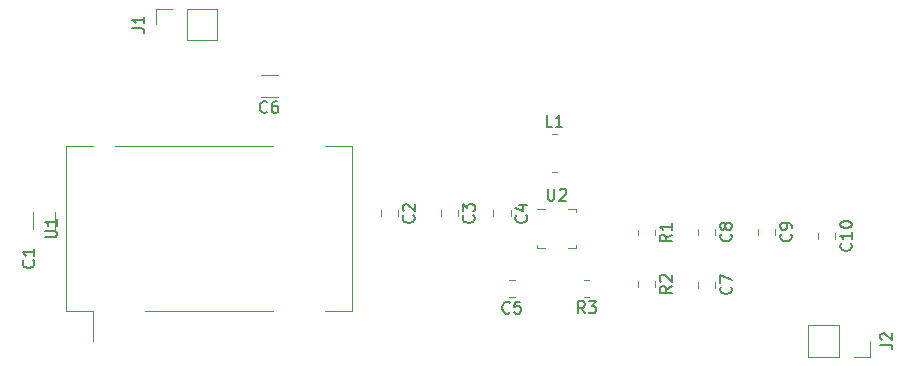
<source format=gbr>
%TF.GenerationSoftware,KiCad,Pcbnew,(6.0.9)*%
%TF.CreationDate,2023-10-08T14:17:10+03:00*%
%TF.ProjectId,power,706f7765-722e-46b6-9963-61645f706362,rev?*%
%TF.SameCoordinates,Original*%
%TF.FileFunction,Legend,Top*%
%TF.FilePolarity,Positive*%
%FSLAX46Y46*%
G04 Gerber Fmt 4.6, Leading zero omitted, Abs format (unit mm)*
G04 Created by KiCad (PCBNEW (6.0.9)) date 2023-10-08 14:17:10*
%MOMM*%
%LPD*%
G01*
G04 APERTURE LIST*
%ADD10C,0.150000*%
%ADD11C,0.120000*%
G04 APERTURE END LIST*
D10*
%TO.C,C10*%
X120367142Y-53982857D02*
X120414761Y-54030476D01*
X120462380Y-54173333D01*
X120462380Y-54268571D01*
X120414761Y-54411428D01*
X120319523Y-54506666D01*
X120224285Y-54554285D01*
X120033809Y-54601904D01*
X119890952Y-54601904D01*
X119700476Y-54554285D01*
X119605238Y-54506666D01*
X119510000Y-54411428D01*
X119462380Y-54268571D01*
X119462380Y-54173333D01*
X119510000Y-54030476D01*
X119557619Y-53982857D01*
X120462380Y-53030476D02*
X120462380Y-53601904D01*
X120462380Y-53316190D02*
X119462380Y-53316190D01*
X119605238Y-53411428D01*
X119700476Y-53506666D01*
X119748095Y-53601904D01*
X119462380Y-52411428D02*
X119462380Y-52316190D01*
X119510000Y-52220952D01*
X119557619Y-52173333D01*
X119652857Y-52125714D01*
X119843333Y-52078095D01*
X120081428Y-52078095D01*
X120271904Y-52125714D01*
X120367142Y-52173333D01*
X120414761Y-52220952D01*
X120462380Y-52316190D01*
X120462380Y-52411428D01*
X120414761Y-52506666D01*
X120367142Y-52554285D01*
X120271904Y-52601904D01*
X120081428Y-52649523D01*
X119843333Y-52649523D01*
X119652857Y-52601904D01*
X119557619Y-52554285D01*
X119510000Y-52506666D01*
X119462380Y-52411428D01*
%TO.C,C4*%
X92862142Y-51601666D02*
X92909761Y-51649285D01*
X92957380Y-51792142D01*
X92957380Y-51887380D01*
X92909761Y-52030238D01*
X92814523Y-52125476D01*
X92719285Y-52173095D01*
X92528809Y-52220714D01*
X92385952Y-52220714D01*
X92195476Y-52173095D01*
X92100238Y-52125476D01*
X92005000Y-52030238D01*
X91957380Y-51887380D01*
X91957380Y-51792142D01*
X92005000Y-51649285D01*
X92052619Y-51601666D01*
X92290714Y-50744523D02*
X92957380Y-50744523D01*
X91909761Y-50982619D02*
X92624047Y-51220714D01*
X92624047Y-50601666D01*
%TO.C,C2*%
X83337142Y-51601666D02*
X83384761Y-51649285D01*
X83432380Y-51792142D01*
X83432380Y-51887380D01*
X83384761Y-52030238D01*
X83289523Y-52125476D01*
X83194285Y-52173095D01*
X83003809Y-52220714D01*
X82860952Y-52220714D01*
X82670476Y-52173095D01*
X82575238Y-52125476D01*
X82480000Y-52030238D01*
X82432380Y-51887380D01*
X82432380Y-51792142D01*
X82480000Y-51649285D01*
X82527619Y-51601666D01*
X82527619Y-51220714D02*
X82480000Y-51173095D01*
X82432380Y-51077857D01*
X82432380Y-50839761D01*
X82480000Y-50744523D01*
X82527619Y-50696904D01*
X82622857Y-50649285D01*
X82718095Y-50649285D01*
X82860952Y-50696904D01*
X83432380Y-51268333D01*
X83432380Y-50649285D01*
%TO.C,C9*%
X115287142Y-53186666D02*
X115334761Y-53234285D01*
X115382380Y-53377142D01*
X115382380Y-53472380D01*
X115334761Y-53615238D01*
X115239523Y-53710476D01*
X115144285Y-53758095D01*
X114953809Y-53805714D01*
X114810952Y-53805714D01*
X114620476Y-53758095D01*
X114525238Y-53710476D01*
X114430000Y-53615238D01*
X114382380Y-53472380D01*
X114382380Y-53377142D01*
X114430000Y-53234285D01*
X114477619Y-53186666D01*
X115382380Y-52710476D02*
X115382380Y-52520000D01*
X115334761Y-52424761D01*
X115287142Y-52377142D01*
X115144285Y-52281904D01*
X114953809Y-52234285D01*
X114572857Y-52234285D01*
X114477619Y-52281904D01*
X114430000Y-52329523D01*
X114382380Y-52424761D01*
X114382380Y-52615238D01*
X114430000Y-52710476D01*
X114477619Y-52758095D01*
X114572857Y-52805714D01*
X114810952Y-52805714D01*
X114906190Y-52758095D01*
X114953809Y-52710476D01*
X115001428Y-52615238D01*
X115001428Y-52424761D01*
X114953809Y-52329523D01*
X114906190Y-52281904D01*
X114810952Y-52234285D01*
%TO.C,U1*%
X52142380Y-53466904D02*
X52951904Y-53466904D01*
X53047142Y-53419285D01*
X53094761Y-53371666D01*
X53142380Y-53276428D01*
X53142380Y-53085952D01*
X53094761Y-52990714D01*
X53047142Y-52943095D01*
X52951904Y-52895476D01*
X52142380Y-52895476D01*
X53142380Y-51895476D02*
X53142380Y-52466904D01*
X53142380Y-52181190D02*
X52142380Y-52181190D01*
X52285238Y-52276428D01*
X52380476Y-52371666D01*
X52428095Y-52466904D01*
%TO.C,C5*%
X91493333Y-59822142D02*
X91445714Y-59869761D01*
X91302857Y-59917380D01*
X91207619Y-59917380D01*
X91064761Y-59869761D01*
X90969523Y-59774523D01*
X90921904Y-59679285D01*
X90874285Y-59488809D01*
X90874285Y-59345952D01*
X90921904Y-59155476D01*
X90969523Y-59060238D01*
X91064761Y-58965000D01*
X91207619Y-58917380D01*
X91302857Y-58917380D01*
X91445714Y-58965000D01*
X91493333Y-59012619D01*
X92398095Y-58917380D02*
X91921904Y-58917380D01*
X91874285Y-59393571D01*
X91921904Y-59345952D01*
X92017142Y-59298333D01*
X92255238Y-59298333D01*
X92350476Y-59345952D01*
X92398095Y-59393571D01*
X92445714Y-59488809D01*
X92445714Y-59726904D01*
X92398095Y-59822142D01*
X92350476Y-59869761D01*
X92255238Y-59917380D01*
X92017142Y-59917380D01*
X91921904Y-59869761D01*
X91874285Y-59822142D01*
%TO.C,R3*%
X97843333Y-59887380D02*
X97510000Y-59411190D01*
X97271904Y-59887380D02*
X97271904Y-58887380D01*
X97652857Y-58887380D01*
X97748095Y-58935000D01*
X97795714Y-58982619D01*
X97843333Y-59077857D01*
X97843333Y-59220714D01*
X97795714Y-59315952D01*
X97748095Y-59363571D01*
X97652857Y-59411190D01*
X97271904Y-59411190D01*
X98176666Y-58887380D02*
X98795714Y-58887380D01*
X98462380Y-59268333D01*
X98605238Y-59268333D01*
X98700476Y-59315952D01*
X98748095Y-59363571D01*
X98795714Y-59458809D01*
X98795714Y-59696904D01*
X98748095Y-59792142D01*
X98700476Y-59839761D01*
X98605238Y-59887380D01*
X98319523Y-59887380D01*
X98224285Y-59839761D01*
X98176666Y-59792142D01*
%TO.C,L1*%
X95083333Y-44107380D02*
X94607142Y-44107380D01*
X94607142Y-43107380D01*
X95940476Y-44107380D02*
X95369047Y-44107380D01*
X95654761Y-44107380D02*
X95654761Y-43107380D01*
X95559523Y-43250238D01*
X95464285Y-43345476D01*
X95369047Y-43393095D01*
%TO.C,C7*%
X110207142Y-57636666D02*
X110254761Y-57684285D01*
X110302380Y-57827142D01*
X110302380Y-57922380D01*
X110254761Y-58065238D01*
X110159523Y-58160476D01*
X110064285Y-58208095D01*
X109873809Y-58255714D01*
X109730952Y-58255714D01*
X109540476Y-58208095D01*
X109445238Y-58160476D01*
X109350000Y-58065238D01*
X109302380Y-57922380D01*
X109302380Y-57827142D01*
X109350000Y-57684285D01*
X109397619Y-57636666D01*
X109302380Y-57303333D02*
X109302380Y-56636666D01*
X110302380Y-57065238D01*
%TO.C,C8*%
X110207142Y-53186666D02*
X110254761Y-53234285D01*
X110302380Y-53377142D01*
X110302380Y-53472380D01*
X110254761Y-53615238D01*
X110159523Y-53710476D01*
X110064285Y-53758095D01*
X109873809Y-53805714D01*
X109730952Y-53805714D01*
X109540476Y-53758095D01*
X109445238Y-53710476D01*
X109350000Y-53615238D01*
X109302380Y-53472380D01*
X109302380Y-53377142D01*
X109350000Y-53234285D01*
X109397619Y-53186666D01*
X109730952Y-52615238D02*
X109683333Y-52710476D01*
X109635714Y-52758095D01*
X109540476Y-52805714D01*
X109492857Y-52805714D01*
X109397619Y-52758095D01*
X109350000Y-52710476D01*
X109302380Y-52615238D01*
X109302380Y-52424761D01*
X109350000Y-52329523D01*
X109397619Y-52281904D01*
X109492857Y-52234285D01*
X109540476Y-52234285D01*
X109635714Y-52281904D01*
X109683333Y-52329523D01*
X109730952Y-52424761D01*
X109730952Y-52615238D01*
X109778571Y-52710476D01*
X109826190Y-52758095D01*
X109921428Y-52805714D01*
X110111904Y-52805714D01*
X110207142Y-52758095D01*
X110254761Y-52710476D01*
X110302380Y-52615238D01*
X110302380Y-52424761D01*
X110254761Y-52329523D01*
X110207142Y-52281904D01*
X110111904Y-52234285D01*
X109921428Y-52234285D01*
X109826190Y-52281904D01*
X109778571Y-52329523D01*
X109730952Y-52424761D01*
%TO.C,J1*%
X59547380Y-35778333D02*
X60261666Y-35778333D01*
X60404523Y-35825952D01*
X60499761Y-35921190D01*
X60547380Y-36064047D01*
X60547380Y-36159285D01*
X60547380Y-34778333D02*
X60547380Y-35349761D01*
X60547380Y-35064047D02*
X59547380Y-35064047D01*
X59690238Y-35159285D01*
X59785476Y-35254523D01*
X59833095Y-35349761D01*
%TO.C,U2*%
X94708095Y-49357380D02*
X94708095Y-50166904D01*
X94755714Y-50262142D01*
X94803333Y-50309761D01*
X94898571Y-50357380D01*
X95089047Y-50357380D01*
X95184285Y-50309761D01*
X95231904Y-50262142D01*
X95279523Y-50166904D01*
X95279523Y-49357380D01*
X95708095Y-49452619D02*
X95755714Y-49405000D01*
X95850952Y-49357380D01*
X96089047Y-49357380D01*
X96184285Y-49405000D01*
X96231904Y-49452619D01*
X96279523Y-49547857D01*
X96279523Y-49643095D01*
X96231904Y-49785952D01*
X95660476Y-50357380D01*
X96279523Y-50357380D01*
%TO.C,C1*%
X51157142Y-55411666D02*
X51204761Y-55459285D01*
X51252380Y-55602142D01*
X51252380Y-55697380D01*
X51204761Y-55840238D01*
X51109523Y-55935476D01*
X51014285Y-55983095D01*
X50823809Y-56030714D01*
X50680952Y-56030714D01*
X50490476Y-55983095D01*
X50395238Y-55935476D01*
X50300000Y-55840238D01*
X50252380Y-55697380D01*
X50252380Y-55602142D01*
X50300000Y-55459285D01*
X50347619Y-55411666D01*
X51252380Y-54459285D02*
X51252380Y-55030714D01*
X51252380Y-54745000D02*
X50252380Y-54745000D01*
X50395238Y-54840238D01*
X50490476Y-54935476D01*
X50538095Y-55030714D01*
%TO.C,C6*%
X70953333Y-42847142D02*
X70905714Y-42894761D01*
X70762857Y-42942380D01*
X70667619Y-42942380D01*
X70524761Y-42894761D01*
X70429523Y-42799523D01*
X70381904Y-42704285D01*
X70334285Y-42513809D01*
X70334285Y-42370952D01*
X70381904Y-42180476D01*
X70429523Y-42085238D01*
X70524761Y-41990000D01*
X70667619Y-41942380D01*
X70762857Y-41942380D01*
X70905714Y-41990000D01*
X70953333Y-42037619D01*
X71810476Y-41942380D02*
X71620000Y-41942380D01*
X71524761Y-41990000D01*
X71477142Y-42037619D01*
X71381904Y-42180476D01*
X71334285Y-42370952D01*
X71334285Y-42751904D01*
X71381904Y-42847142D01*
X71429523Y-42894761D01*
X71524761Y-42942380D01*
X71715238Y-42942380D01*
X71810476Y-42894761D01*
X71858095Y-42847142D01*
X71905714Y-42751904D01*
X71905714Y-42513809D01*
X71858095Y-42418571D01*
X71810476Y-42370952D01*
X71715238Y-42323333D01*
X71524761Y-42323333D01*
X71429523Y-42370952D01*
X71381904Y-42418571D01*
X71334285Y-42513809D01*
%TO.C,J2*%
X122872380Y-62563333D02*
X123586666Y-62563333D01*
X123729523Y-62610952D01*
X123824761Y-62706190D01*
X123872380Y-62849047D01*
X123872380Y-62944285D01*
X122967619Y-62134761D02*
X122920000Y-62087142D01*
X122872380Y-61991904D01*
X122872380Y-61753809D01*
X122920000Y-61658571D01*
X122967619Y-61610952D01*
X123062857Y-61563333D01*
X123158095Y-61563333D01*
X123300952Y-61610952D01*
X123872380Y-62182380D01*
X123872380Y-61563333D01*
%TO.C,C3*%
X88417142Y-51601666D02*
X88464761Y-51649285D01*
X88512380Y-51792142D01*
X88512380Y-51887380D01*
X88464761Y-52030238D01*
X88369523Y-52125476D01*
X88274285Y-52173095D01*
X88083809Y-52220714D01*
X87940952Y-52220714D01*
X87750476Y-52173095D01*
X87655238Y-52125476D01*
X87560000Y-52030238D01*
X87512380Y-51887380D01*
X87512380Y-51792142D01*
X87560000Y-51649285D01*
X87607619Y-51601666D01*
X87512380Y-51268333D02*
X87512380Y-50649285D01*
X87893333Y-50982619D01*
X87893333Y-50839761D01*
X87940952Y-50744523D01*
X87988571Y-50696904D01*
X88083809Y-50649285D01*
X88321904Y-50649285D01*
X88417142Y-50696904D01*
X88464761Y-50744523D01*
X88512380Y-50839761D01*
X88512380Y-51125476D01*
X88464761Y-51220714D01*
X88417142Y-51268333D01*
%TO.C,R1*%
X105192380Y-53229166D02*
X104716190Y-53562500D01*
X105192380Y-53800595D02*
X104192380Y-53800595D01*
X104192380Y-53419642D01*
X104240000Y-53324404D01*
X104287619Y-53276785D01*
X104382857Y-53229166D01*
X104525714Y-53229166D01*
X104620952Y-53276785D01*
X104668571Y-53324404D01*
X104716190Y-53419642D01*
X104716190Y-53800595D01*
X105192380Y-52276785D02*
X105192380Y-52848214D01*
X105192380Y-52562500D02*
X104192380Y-52562500D01*
X104335238Y-52657738D01*
X104430476Y-52752976D01*
X104478095Y-52848214D01*
%TO.C,R2*%
X105192380Y-57594166D02*
X104716190Y-57927500D01*
X105192380Y-58165595D02*
X104192380Y-58165595D01*
X104192380Y-57784642D01*
X104240000Y-57689404D01*
X104287619Y-57641785D01*
X104382857Y-57594166D01*
X104525714Y-57594166D01*
X104620952Y-57641785D01*
X104668571Y-57689404D01*
X104716190Y-57784642D01*
X104716190Y-58165595D01*
X104287619Y-57213214D02*
X104240000Y-57165595D01*
X104192380Y-57070357D01*
X104192380Y-56832261D01*
X104240000Y-56737023D01*
X104287619Y-56689404D01*
X104382857Y-56641785D01*
X104478095Y-56641785D01*
X104620952Y-56689404D01*
X105192380Y-57260833D01*
X105192380Y-56641785D01*
D11*
%TO.C,C10*%
X119065000Y-53078748D02*
X119065000Y-53601252D01*
X117595000Y-53078748D02*
X117595000Y-53601252D01*
%TO.C,C4*%
X90090000Y-51173748D02*
X90090000Y-51696252D01*
X91560000Y-51173748D02*
X91560000Y-51696252D01*
%TO.C,C2*%
X82035000Y-51173748D02*
X82035000Y-51696252D01*
X80565000Y-51173748D02*
X80565000Y-51696252D01*
%TO.C,C9*%
X113985000Y-52758748D02*
X113985000Y-53281252D01*
X112515000Y-52758748D02*
X112515000Y-53281252D01*
%TO.C,U1*%
X56200000Y-59665000D02*
X56200000Y-62255000D01*
X58110000Y-45745000D02*
X71440000Y-45745000D01*
X75880000Y-45745000D02*
X78150000Y-45745000D01*
X53930000Y-45745000D02*
X53930000Y-59665000D01*
X78150000Y-45745000D02*
X78150000Y-59665000D01*
X53930000Y-45745000D02*
X56200000Y-45745000D01*
X60640000Y-59665000D02*
X71430000Y-59665000D01*
X75880000Y-59665000D02*
X78150000Y-59665000D01*
X53930000Y-59665000D02*
X56200000Y-59665000D01*
%TO.C,C5*%
X91921252Y-57050000D02*
X91398748Y-57050000D01*
X91921252Y-58520000D02*
X91398748Y-58520000D01*
%TO.C,R3*%
X98237064Y-57050000D02*
X97782936Y-57050000D01*
X98237064Y-58520000D02*
X97782936Y-58520000D01*
%TO.C,L1*%
X95050000Y-47955000D02*
X95450000Y-47955000D01*
X95050000Y-44755000D02*
X95450000Y-44755000D01*
%TO.C,C7*%
X107435000Y-57208748D02*
X107435000Y-57731252D01*
X108905000Y-57208748D02*
X108905000Y-57731252D01*
%TO.C,C8*%
X108905000Y-52758748D02*
X108905000Y-53281252D01*
X107435000Y-52758748D02*
X107435000Y-53281252D01*
%TO.C,J1*%
X61535000Y-35445000D02*
X61535000Y-34115000D01*
X64135000Y-36775000D02*
X66735000Y-36775000D01*
X61535000Y-34115000D02*
X62865000Y-34115000D01*
X66735000Y-36775000D02*
X66735000Y-34115000D01*
X64135000Y-36775000D02*
X64135000Y-34115000D01*
X64135000Y-34115000D02*
X66735000Y-34115000D01*
%TO.C,U2*%
X96455000Y-51055000D02*
X97120000Y-51055000D01*
X93820000Y-54355000D02*
X93820000Y-54105000D01*
X96455000Y-54355000D02*
X97120000Y-54355000D01*
X93820000Y-54355000D02*
X94485000Y-54355000D01*
X97120000Y-54105000D02*
X97120000Y-54355000D01*
X97120000Y-51305000D02*
X97120000Y-51055000D01*
X93820000Y-51055000D02*
X94485000Y-51055000D01*
%TO.C,C1*%
X51160000Y-51358748D02*
X51160000Y-52781252D01*
X52980000Y-51358748D02*
X52980000Y-52781252D01*
%TO.C,C6*%
X71831252Y-39730000D02*
X70408748Y-39730000D01*
X71831252Y-41550000D02*
X70408748Y-41550000D01*
%TO.C,J2*%
X121980000Y-62230000D02*
X121980000Y-63560000D01*
X119380000Y-60900000D02*
X119380000Y-63560000D01*
X121980000Y-63560000D02*
X120650000Y-63560000D01*
X116780000Y-60900000D02*
X116780000Y-63560000D01*
X119380000Y-60900000D02*
X116780000Y-60900000D01*
X119380000Y-63560000D02*
X116780000Y-63560000D01*
%TO.C,C3*%
X85645000Y-51173748D02*
X85645000Y-51696252D01*
X87115000Y-51173748D02*
X87115000Y-51696252D01*
%TO.C,R1*%
X103825000Y-52835436D02*
X103825000Y-53289564D01*
X102355000Y-52835436D02*
X102355000Y-53289564D01*
%TO.C,R2*%
X102355000Y-57200436D02*
X102355000Y-57654564D01*
X103825000Y-57200436D02*
X103825000Y-57654564D01*
%TD*%
M02*

</source>
